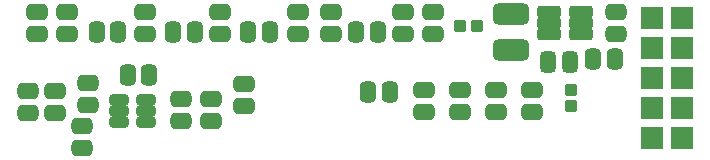
<source format=gbr>
%TF.GenerationSoftware,KiCad,Pcbnew,6.0.4-6f826c9f35~116~ubuntu20.04.1*%
%TF.CreationDate,2022-05-24T17:55:46+00:00*%
%TF.ProjectId,USTSIPM01A,55535453-4950-44d3-9031-412e6b696361,rev?*%
%TF.SameCoordinates,Original*%
%TF.FileFunction,Soldermask,Bot*%
%TF.FilePolarity,Negative*%
%FSLAX46Y46*%
G04 Gerber Fmt 4.6, Leading zero omitted, Abs format (unit mm)*
G04 Created by KiCad (PCBNEW 6.0.4-6f826c9f35~116~ubuntu20.04.1) date 2022-05-24 17:55:46*
%MOMM*%
%LPD*%
G01*
G04 APERTURE LIST*
G04 Aperture macros list*
%AMRoundRect*
0 Rectangle with rounded corners*
0 $1 Rounding radius*
0 $2 $3 $4 $5 $6 $7 $8 $9 X,Y pos of 4 corners*
0 Add a 4 corners polygon primitive as box body*
4,1,4,$2,$3,$4,$5,$6,$7,$8,$9,$2,$3,0*
0 Add four circle primitives for the rounded corners*
1,1,$1+$1,$2,$3*
1,1,$1+$1,$4,$5*
1,1,$1+$1,$6,$7*
1,1,$1+$1,$8,$9*
0 Add four rect primitives between the rounded corners*
20,1,$1+$1,$2,$3,$4,$5,0*
20,1,$1+$1,$4,$5,$6,$7,0*
20,1,$1+$1,$6,$7,$8,$9,0*
20,1,$1+$1,$8,$9,$2,$3,0*%
G04 Aperture macros list end*
%ADD10RoundRect,0.200000X-0.762000X-0.762000X0.762000X-0.762000X0.762000X0.762000X-0.762000X0.762000X0*%
%ADD11RoundRect,0.450000X-0.262500X-0.450000X0.262500X-0.450000X0.262500X0.450000X-0.262500X0.450000X0*%
%ADD12RoundRect,0.450000X0.475000X-0.250000X0.475000X0.250000X-0.475000X0.250000X-0.475000X-0.250000X0*%
%ADD13RoundRect,0.450000X-0.475000X0.250000X-0.475000X-0.250000X0.475000X-0.250000X0.475000X0.250000X0*%
%ADD14RoundRect,0.450001X1.074999X-0.462499X1.074999X0.462499X-1.074999X0.462499X-1.074999X-0.462499X0*%
%ADD15RoundRect,0.200000X0.300000X0.350000X-0.300000X0.350000X-0.300000X-0.350000X0.300000X-0.350000X0*%
%ADD16RoundRect,0.450000X0.450000X-0.262500X0.450000X0.262500X-0.450000X0.262500X-0.450000X-0.262500X0*%
%ADD17RoundRect,0.350000X-0.512500X-0.150000X0.512500X-0.150000X0.512500X0.150000X-0.512500X0.150000X0*%
%ADD18RoundRect,0.200000X0.350000X-0.300000X0.350000X0.300000X-0.350000X0.300000X-0.350000X-0.300000X0*%
%ADD19RoundRect,0.200000X0.780000X0.325000X-0.780000X0.325000X-0.780000X-0.325000X0.780000X-0.325000X0*%
%ADD20RoundRect,0.450000X-0.250000X-0.475000X0.250000X-0.475000X0.250000X0.475000X-0.250000X0.475000X0*%
G04 APERTURE END LIST*
D10*
%TO.C,J4*%
X55118000Y7500000D03*
X57658000Y7500000D03*
%TD*%
%TO.C,J6*%
X55118000Y12580000D03*
X57658000Y12580000D03*
%TD*%
%TO.C,J5*%
X55118000Y10040000D03*
X57658000Y10040000D03*
%TD*%
%TO.C,J8*%
X55118000Y4960000D03*
X57658000Y4960000D03*
%TD*%
%TO.C,J9*%
X55118000Y2420000D03*
X57658000Y2420000D03*
%TD*%
D11*
%TO.C,R13*%
X30075500Y11430000D03*
X31900500Y11430000D03*
%TD*%
D12*
%TO.C,C12*%
X27940000Y11242000D03*
X27940000Y13142000D03*
%TD*%
%TO.C,C9*%
X3048000Y11242000D03*
X3048000Y13142000D03*
%TD*%
%TO.C,C13*%
X25146000Y11242000D03*
X25146000Y13142000D03*
%TD*%
D13*
%TO.C,C14*%
X41910000Y6538000D03*
X41910000Y4638000D03*
%TD*%
D14*
%TO.C,L1*%
X43180000Y9942500D03*
X43180000Y12917500D03*
%TD*%
D15*
%TO.C,D2*%
X38924000Y11938000D03*
X40324000Y11938000D03*
%TD*%
D11*
%TO.C,R1*%
X20931500Y11430000D03*
X22756500Y11430000D03*
%TD*%
D13*
%TO.C,C3*%
X44958000Y6538000D03*
X44958000Y4638000D03*
%TD*%
D16*
%TO.C,R12*%
X6858000Y1627500D03*
X6858000Y3452500D03*
%TD*%
D13*
%TO.C,C15*%
X38862000Y6538000D03*
X38862000Y4638000D03*
%TD*%
D12*
%TO.C,C1*%
X18542000Y11242000D03*
X18542000Y13142000D03*
%TD*%
D17*
%TO.C,U2*%
X10019750Y3791250D03*
X10019750Y4741250D03*
X10019750Y5691250D03*
X12294750Y5691250D03*
X12294750Y4741250D03*
X12294750Y3791250D03*
%TD*%
D16*
%TO.C,R11*%
X15240000Y3913500D03*
X15240000Y5738500D03*
%TD*%
D11*
%TO.C,R6*%
X50141500Y9144000D03*
X51966500Y9144000D03*
%TD*%
%TO.C,R2*%
X14581500Y11430000D03*
X16406500Y11430000D03*
%TD*%
D13*
%TO.C,R8*%
X4553250Y6453250D03*
X4553250Y4553250D03*
%TD*%
D12*
%TO.C,C11*%
X34036000Y11242000D03*
X34036000Y13142000D03*
%TD*%
D13*
%TO.C,C8*%
X17780000Y5776000D03*
X17780000Y3876000D03*
%TD*%
D11*
%TO.C,R4*%
X8128000Y11430000D03*
X9953000Y11430000D03*
%TD*%
D13*
%TO.C,C4*%
X35814000Y6538000D03*
X35814000Y4638000D03*
%TD*%
D16*
%TO.C,R5*%
X2267250Y4590750D03*
X2267250Y6415750D03*
%TD*%
%TO.C,R7*%
X52070000Y11279500D03*
X52070000Y13104500D03*
%TD*%
D11*
%TO.C,R9*%
X10752750Y7789250D03*
X12577750Y7789250D03*
%TD*%
D18*
%TO.C,D1*%
X48260000Y6542000D03*
X48260000Y5142000D03*
%TD*%
D12*
%TO.C,C6*%
X5588000Y11242000D03*
X5588000Y13142000D03*
%TD*%
D19*
%TO.C,U3*%
X49102000Y13142000D03*
X49102000Y12192000D03*
X49102000Y11242000D03*
X46402000Y11242000D03*
X46402000Y12192000D03*
X46402000Y13142000D03*
%TD*%
D12*
%TO.C,C5*%
X12192000Y11242000D03*
X12192000Y13142000D03*
%TD*%
D11*
%TO.C,R3*%
X31091500Y6350000D03*
X32916500Y6350000D03*
%TD*%
D12*
%TO.C,C10*%
X36576000Y11242000D03*
X36576000Y13142000D03*
%TD*%
D20*
%TO.C,C2*%
X46294000Y8890000D03*
X48194000Y8890000D03*
%TD*%
D13*
%TO.C,C7*%
X20574000Y7046000D03*
X20574000Y5146000D03*
%TD*%
D16*
%TO.C,R10*%
X7366000Y5287000D03*
X7366000Y7112000D03*
%TD*%
M02*

</source>
